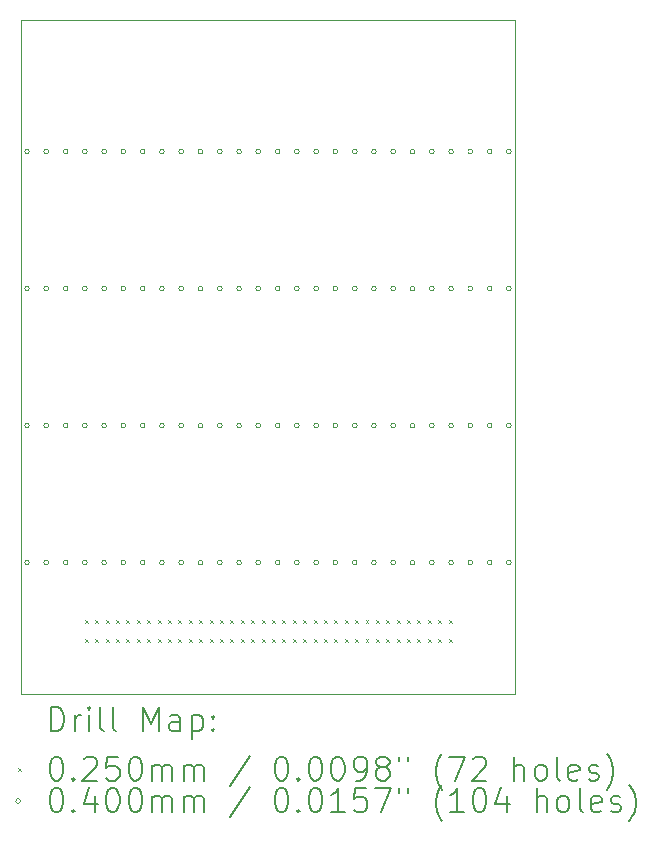
<source format=gbr>
%FSLAX45Y45*%
G04 Gerber Fmt 4.5, Leading zero omitted, Abs format (unit mm)*
G04 Created by KiCad (PCBNEW (6.0.2)) date 2022-07-21 18:21:14*
%MOMM*%
%LPD*%
G01*
G04 APERTURE LIST*
%TA.AperFunction,Profile*%
%ADD10C,0.100000*%
%TD*%
%ADD11C,0.200000*%
%ADD12C,0.025000*%
%ADD13C,0.040000*%
G04 APERTURE END LIST*
D10*
X13530000Y-11460000D02*
X17710000Y-11460000D01*
X17710000Y-11460000D02*
X17710000Y-5760000D01*
X17710000Y-5760000D02*
X13530000Y-5760000D01*
X13530000Y-5760000D02*
X13530000Y-11460000D01*
D11*
D12*
X14070450Y-10839900D02*
X14095450Y-10864900D01*
X14095450Y-10839900D02*
X14070450Y-10864900D01*
X14070450Y-10995100D02*
X14095450Y-11020100D01*
X14095450Y-10995100D02*
X14070450Y-11020100D01*
X14158440Y-10839900D02*
X14183440Y-10864900D01*
X14183440Y-10839900D02*
X14158440Y-10864900D01*
X14158440Y-10995100D02*
X14183440Y-11020100D01*
X14183440Y-10995100D02*
X14158440Y-11020100D01*
X14246430Y-10839900D02*
X14271430Y-10864900D01*
X14271430Y-10839900D02*
X14246430Y-10864900D01*
X14246430Y-10995100D02*
X14271430Y-11020100D01*
X14271430Y-10995100D02*
X14246430Y-11020100D01*
X14334420Y-10839900D02*
X14359420Y-10864900D01*
X14359420Y-10839900D02*
X14334420Y-10864900D01*
X14334420Y-10995100D02*
X14359420Y-11020100D01*
X14359420Y-10995100D02*
X14334420Y-11020100D01*
X14422410Y-10839900D02*
X14447410Y-10864900D01*
X14447410Y-10839900D02*
X14422410Y-10864900D01*
X14422410Y-10995100D02*
X14447410Y-11020100D01*
X14447410Y-10995100D02*
X14422410Y-11020100D01*
X14510400Y-10839900D02*
X14535400Y-10864900D01*
X14535400Y-10839900D02*
X14510400Y-10864900D01*
X14510400Y-10995100D02*
X14535400Y-11020100D01*
X14535400Y-10995100D02*
X14510400Y-11020100D01*
X14598390Y-10839900D02*
X14623390Y-10864900D01*
X14623390Y-10839900D02*
X14598390Y-10864900D01*
X14598390Y-10995100D02*
X14623390Y-11020100D01*
X14623390Y-10995100D02*
X14598390Y-11020100D01*
X14686380Y-10839900D02*
X14711380Y-10864900D01*
X14711380Y-10839900D02*
X14686380Y-10864900D01*
X14686380Y-10995100D02*
X14711380Y-11020100D01*
X14711380Y-10995100D02*
X14686380Y-11020100D01*
X14774370Y-10839900D02*
X14799370Y-10864900D01*
X14799370Y-10839900D02*
X14774370Y-10864900D01*
X14774370Y-10995100D02*
X14799370Y-11020100D01*
X14799370Y-10995100D02*
X14774370Y-11020100D01*
X14862360Y-10839900D02*
X14887360Y-10864900D01*
X14887360Y-10839900D02*
X14862360Y-10864900D01*
X14862360Y-10995100D02*
X14887360Y-11020100D01*
X14887360Y-10995100D02*
X14862360Y-11020100D01*
X14950350Y-10839900D02*
X14975350Y-10864900D01*
X14975350Y-10839900D02*
X14950350Y-10864900D01*
X14950350Y-10995100D02*
X14975350Y-11020100D01*
X14975350Y-10995100D02*
X14950350Y-11020100D01*
X15038340Y-10839900D02*
X15063340Y-10864900D01*
X15063340Y-10839900D02*
X15038340Y-10864900D01*
X15038340Y-10995100D02*
X15063340Y-11020100D01*
X15063340Y-10995100D02*
X15038340Y-11020100D01*
X15126330Y-10839900D02*
X15151330Y-10864900D01*
X15151330Y-10839900D02*
X15126330Y-10864900D01*
X15126330Y-10995100D02*
X15151330Y-11020100D01*
X15151330Y-10995100D02*
X15126330Y-11020100D01*
X15214320Y-10839900D02*
X15239320Y-10864900D01*
X15239320Y-10839900D02*
X15214320Y-10864900D01*
X15214320Y-10995100D02*
X15239320Y-11020100D01*
X15239320Y-10995100D02*
X15214320Y-11020100D01*
X15302310Y-10839900D02*
X15327310Y-10864900D01*
X15327310Y-10839900D02*
X15302310Y-10864900D01*
X15302310Y-10995100D02*
X15327310Y-11020100D01*
X15327310Y-10995100D02*
X15302310Y-11020100D01*
X15390300Y-10839900D02*
X15415300Y-10864900D01*
X15415300Y-10839900D02*
X15390300Y-10864900D01*
X15390300Y-10995100D02*
X15415300Y-11020100D01*
X15415300Y-10995100D02*
X15390300Y-11020100D01*
X15478290Y-10839900D02*
X15503290Y-10864900D01*
X15503290Y-10839900D02*
X15478290Y-10864900D01*
X15478290Y-10995100D02*
X15503290Y-11020100D01*
X15503290Y-10995100D02*
X15478290Y-11020100D01*
X15566280Y-10839900D02*
X15591280Y-10864900D01*
X15591280Y-10839900D02*
X15566280Y-10864900D01*
X15566280Y-10995100D02*
X15591280Y-11020100D01*
X15591280Y-10995100D02*
X15566280Y-11020100D01*
X15654270Y-10839900D02*
X15679270Y-10864900D01*
X15679270Y-10839900D02*
X15654270Y-10864900D01*
X15654270Y-10995100D02*
X15679270Y-11020100D01*
X15679270Y-10995100D02*
X15654270Y-11020100D01*
X15742260Y-10839900D02*
X15767260Y-10864900D01*
X15767260Y-10839900D02*
X15742260Y-10864900D01*
X15742260Y-10995100D02*
X15767260Y-11020100D01*
X15767260Y-10995100D02*
X15742260Y-11020100D01*
X15830250Y-10839900D02*
X15855250Y-10864900D01*
X15855250Y-10839900D02*
X15830250Y-10864900D01*
X15830250Y-10995100D02*
X15855250Y-11020100D01*
X15855250Y-10995100D02*
X15830250Y-11020100D01*
X15918240Y-10839900D02*
X15943240Y-10864900D01*
X15943240Y-10839900D02*
X15918240Y-10864900D01*
X15918240Y-10995100D02*
X15943240Y-11020100D01*
X15943240Y-10995100D02*
X15918240Y-11020100D01*
X16006230Y-10839900D02*
X16031230Y-10864900D01*
X16031230Y-10839900D02*
X16006230Y-10864900D01*
X16006230Y-10995100D02*
X16031230Y-11020100D01*
X16031230Y-10995100D02*
X16006230Y-11020100D01*
X16094220Y-10839900D02*
X16119220Y-10864900D01*
X16119220Y-10839900D02*
X16094220Y-10864900D01*
X16094220Y-10995100D02*
X16119220Y-11020100D01*
X16119220Y-10995100D02*
X16094220Y-11020100D01*
X16182210Y-10839900D02*
X16207210Y-10864900D01*
X16207210Y-10839900D02*
X16182210Y-10864900D01*
X16182210Y-10995100D02*
X16207210Y-11020100D01*
X16207210Y-10995100D02*
X16182210Y-11020100D01*
X16270200Y-10839900D02*
X16295200Y-10864900D01*
X16295200Y-10839900D02*
X16270200Y-10864900D01*
X16270200Y-10995100D02*
X16295200Y-11020100D01*
X16295200Y-10995100D02*
X16270200Y-11020100D01*
X16358190Y-10839900D02*
X16383190Y-10864900D01*
X16383190Y-10839900D02*
X16358190Y-10864900D01*
X16358190Y-10995100D02*
X16383190Y-11020100D01*
X16383190Y-10995100D02*
X16358190Y-11020100D01*
X16446180Y-10839900D02*
X16471180Y-10864900D01*
X16471180Y-10839900D02*
X16446180Y-10864900D01*
X16446180Y-10995100D02*
X16471180Y-11020100D01*
X16471180Y-10995100D02*
X16446180Y-11020100D01*
X16534170Y-10839900D02*
X16559170Y-10864900D01*
X16559170Y-10839900D02*
X16534170Y-10864900D01*
X16534170Y-10995100D02*
X16559170Y-11020100D01*
X16559170Y-10995100D02*
X16534170Y-11020100D01*
X16622160Y-10839900D02*
X16647160Y-10864900D01*
X16647160Y-10839900D02*
X16622160Y-10864900D01*
X16622160Y-10995100D02*
X16647160Y-11020100D01*
X16647160Y-10995100D02*
X16622160Y-11020100D01*
X16710150Y-10839900D02*
X16735150Y-10864900D01*
X16735150Y-10839900D02*
X16710150Y-10864900D01*
X16710150Y-10995100D02*
X16735150Y-11020100D01*
X16735150Y-10995100D02*
X16710150Y-11020100D01*
X16798140Y-10839900D02*
X16823140Y-10864900D01*
X16823140Y-10839900D02*
X16798140Y-10864900D01*
X16798140Y-10995100D02*
X16823140Y-11020100D01*
X16823140Y-10995100D02*
X16798140Y-11020100D01*
X16886130Y-10839900D02*
X16911130Y-10864900D01*
X16911130Y-10839900D02*
X16886130Y-10864900D01*
X16886130Y-10995100D02*
X16911130Y-11020100D01*
X16911130Y-10995100D02*
X16886130Y-11020100D01*
X16974120Y-10839900D02*
X16999120Y-10864900D01*
X16999120Y-10839900D02*
X16974120Y-10864900D01*
X16974120Y-10995100D02*
X16999120Y-11020100D01*
X16999120Y-10995100D02*
X16974120Y-11020100D01*
X17062110Y-10839900D02*
X17087110Y-10864900D01*
X17087110Y-10839900D02*
X17062110Y-10864900D01*
X17062110Y-10995100D02*
X17087110Y-11020100D01*
X17087110Y-10995100D02*
X17062110Y-11020100D01*
X17150100Y-10839900D02*
X17175100Y-10864900D01*
X17175100Y-10839900D02*
X17150100Y-10864900D01*
X17150100Y-10995100D02*
X17175100Y-11020100D01*
X17175100Y-10995100D02*
X17150100Y-11020100D01*
D13*
X13600000Y-6870000D02*
G75*
G03*
X13600000Y-6870000I-20000J0D01*
G01*
X13600000Y-8030000D02*
G75*
G03*
X13600000Y-8030000I-20000J0D01*
G01*
X13600000Y-9190000D02*
G75*
G03*
X13600000Y-9190000I-20000J0D01*
G01*
X13600000Y-10350000D02*
G75*
G03*
X13600000Y-10350000I-20000J0D01*
G01*
X13763200Y-6870000D02*
G75*
G03*
X13763200Y-6870000I-20000J0D01*
G01*
X13763200Y-8030000D02*
G75*
G03*
X13763200Y-8030000I-20000J0D01*
G01*
X13763200Y-9190000D02*
G75*
G03*
X13763200Y-9190000I-20000J0D01*
G01*
X13763200Y-10350000D02*
G75*
G03*
X13763200Y-10350000I-20000J0D01*
G01*
X13926400Y-6870000D02*
G75*
G03*
X13926400Y-6870000I-20000J0D01*
G01*
X13926400Y-8030000D02*
G75*
G03*
X13926400Y-8030000I-20000J0D01*
G01*
X13926400Y-9190000D02*
G75*
G03*
X13926400Y-9190000I-20000J0D01*
G01*
X13926400Y-10350000D02*
G75*
G03*
X13926400Y-10350000I-20000J0D01*
G01*
X14089600Y-6870000D02*
G75*
G03*
X14089600Y-6870000I-20000J0D01*
G01*
X14089600Y-8030000D02*
G75*
G03*
X14089600Y-8030000I-20000J0D01*
G01*
X14089600Y-9190000D02*
G75*
G03*
X14089600Y-9190000I-20000J0D01*
G01*
X14089600Y-10350000D02*
G75*
G03*
X14089600Y-10350000I-20000J0D01*
G01*
X14252800Y-6870000D02*
G75*
G03*
X14252800Y-6870000I-20000J0D01*
G01*
X14252800Y-8030000D02*
G75*
G03*
X14252800Y-8030000I-20000J0D01*
G01*
X14252800Y-9190000D02*
G75*
G03*
X14252800Y-9190000I-20000J0D01*
G01*
X14252800Y-10350000D02*
G75*
G03*
X14252800Y-10350000I-20000J0D01*
G01*
X14416000Y-6870000D02*
G75*
G03*
X14416000Y-6870000I-20000J0D01*
G01*
X14416000Y-8030000D02*
G75*
G03*
X14416000Y-8030000I-20000J0D01*
G01*
X14416000Y-9190000D02*
G75*
G03*
X14416000Y-9190000I-20000J0D01*
G01*
X14416000Y-10350000D02*
G75*
G03*
X14416000Y-10350000I-20000J0D01*
G01*
X14579200Y-6870000D02*
G75*
G03*
X14579200Y-6870000I-20000J0D01*
G01*
X14579200Y-8030000D02*
G75*
G03*
X14579200Y-8030000I-20000J0D01*
G01*
X14579200Y-9190000D02*
G75*
G03*
X14579200Y-9190000I-20000J0D01*
G01*
X14579200Y-10350000D02*
G75*
G03*
X14579200Y-10350000I-20000J0D01*
G01*
X14742400Y-6870000D02*
G75*
G03*
X14742400Y-6870000I-20000J0D01*
G01*
X14742400Y-8030000D02*
G75*
G03*
X14742400Y-8030000I-20000J0D01*
G01*
X14742400Y-9190000D02*
G75*
G03*
X14742400Y-9190000I-20000J0D01*
G01*
X14742400Y-10350000D02*
G75*
G03*
X14742400Y-10350000I-20000J0D01*
G01*
X14905600Y-6870000D02*
G75*
G03*
X14905600Y-6870000I-20000J0D01*
G01*
X14905600Y-8030000D02*
G75*
G03*
X14905600Y-8030000I-20000J0D01*
G01*
X14905600Y-9190000D02*
G75*
G03*
X14905600Y-9190000I-20000J0D01*
G01*
X14905600Y-10350000D02*
G75*
G03*
X14905600Y-10350000I-20000J0D01*
G01*
X15068800Y-6870000D02*
G75*
G03*
X15068800Y-6870000I-20000J0D01*
G01*
X15068800Y-8030000D02*
G75*
G03*
X15068800Y-8030000I-20000J0D01*
G01*
X15068800Y-9190000D02*
G75*
G03*
X15068800Y-9190000I-20000J0D01*
G01*
X15068800Y-10350000D02*
G75*
G03*
X15068800Y-10350000I-20000J0D01*
G01*
X15232000Y-6870000D02*
G75*
G03*
X15232000Y-6870000I-20000J0D01*
G01*
X15232000Y-8030000D02*
G75*
G03*
X15232000Y-8030000I-20000J0D01*
G01*
X15232000Y-9190000D02*
G75*
G03*
X15232000Y-9190000I-20000J0D01*
G01*
X15232000Y-10350000D02*
G75*
G03*
X15232000Y-10350000I-20000J0D01*
G01*
X15395200Y-6870000D02*
G75*
G03*
X15395200Y-6870000I-20000J0D01*
G01*
X15395200Y-8030000D02*
G75*
G03*
X15395200Y-8030000I-20000J0D01*
G01*
X15395200Y-9190000D02*
G75*
G03*
X15395200Y-9190000I-20000J0D01*
G01*
X15395200Y-10350000D02*
G75*
G03*
X15395200Y-10350000I-20000J0D01*
G01*
X15558400Y-6870000D02*
G75*
G03*
X15558400Y-6870000I-20000J0D01*
G01*
X15558400Y-8030000D02*
G75*
G03*
X15558400Y-8030000I-20000J0D01*
G01*
X15558400Y-9190000D02*
G75*
G03*
X15558400Y-9190000I-20000J0D01*
G01*
X15558400Y-10350000D02*
G75*
G03*
X15558400Y-10350000I-20000J0D01*
G01*
X15721600Y-6870000D02*
G75*
G03*
X15721600Y-6870000I-20000J0D01*
G01*
X15721600Y-8030000D02*
G75*
G03*
X15721600Y-8030000I-20000J0D01*
G01*
X15721600Y-9190000D02*
G75*
G03*
X15721600Y-9190000I-20000J0D01*
G01*
X15721600Y-10350000D02*
G75*
G03*
X15721600Y-10350000I-20000J0D01*
G01*
X15884800Y-6870000D02*
G75*
G03*
X15884800Y-6870000I-20000J0D01*
G01*
X15884800Y-8030000D02*
G75*
G03*
X15884800Y-8030000I-20000J0D01*
G01*
X15884800Y-9190000D02*
G75*
G03*
X15884800Y-9190000I-20000J0D01*
G01*
X15884800Y-10350000D02*
G75*
G03*
X15884800Y-10350000I-20000J0D01*
G01*
X16048000Y-6870000D02*
G75*
G03*
X16048000Y-6870000I-20000J0D01*
G01*
X16048000Y-8030000D02*
G75*
G03*
X16048000Y-8030000I-20000J0D01*
G01*
X16048000Y-9190000D02*
G75*
G03*
X16048000Y-9190000I-20000J0D01*
G01*
X16048000Y-10350000D02*
G75*
G03*
X16048000Y-10350000I-20000J0D01*
G01*
X16211200Y-6870000D02*
G75*
G03*
X16211200Y-6870000I-20000J0D01*
G01*
X16211200Y-8030000D02*
G75*
G03*
X16211200Y-8030000I-20000J0D01*
G01*
X16211200Y-9190000D02*
G75*
G03*
X16211200Y-9190000I-20000J0D01*
G01*
X16211200Y-10350000D02*
G75*
G03*
X16211200Y-10350000I-20000J0D01*
G01*
X16374400Y-6870000D02*
G75*
G03*
X16374400Y-6870000I-20000J0D01*
G01*
X16374400Y-8030000D02*
G75*
G03*
X16374400Y-8030000I-20000J0D01*
G01*
X16374400Y-9190000D02*
G75*
G03*
X16374400Y-9190000I-20000J0D01*
G01*
X16374400Y-10350000D02*
G75*
G03*
X16374400Y-10350000I-20000J0D01*
G01*
X16537600Y-6870000D02*
G75*
G03*
X16537600Y-6870000I-20000J0D01*
G01*
X16537600Y-8030000D02*
G75*
G03*
X16537600Y-8030000I-20000J0D01*
G01*
X16537600Y-9190000D02*
G75*
G03*
X16537600Y-9190000I-20000J0D01*
G01*
X16537600Y-10350000D02*
G75*
G03*
X16537600Y-10350000I-20000J0D01*
G01*
X16700800Y-6870000D02*
G75*
G03*
X16700800Y-6870000I-20000J0D01*
G01*
X16700800Y-8030000D02*
G75*
G03*
X16700800Y-8030000I-20000J0D01*
G01*
X16700800Y-9190000D02*
G75*
G03*
X16700800Y-9190000I-20000J0D01*
G01*
X16700800Y-10350000D02*
G75*
G03*
X16700800Y-10350000I-20000J0D01*
G01*
X16864000Y-6870000D02*
G75*
G03*
X16864000Y-6870000I-20000J0D01*
G01*
X16864000Y-8030000D02*
G75*
G03*
X16864000Y-8030000I-20000J0D01*
G01*
X16864000Y-9190000D02*
G75*
G03*
X16864000Y-9190000I-20000J0D01*
G01*
X16864000Y-10350000D02*
G75*
G03*
X16864000Y-10350000I-20000J0D01*
G01*
X17027200Y-6870000D02*
G75*
G03*
X17027200Y-6870000I-20000J0D01*
G01*
X17027200Y-8030000D02*
G75*
G03*
X17027200Y-8030000I-20000J0D01*
G01*
X17027200Y-9190000D02*
G75*
G03*
X17027200Y-9190000I-20000J0D01*
G01*
X17027200Y-10350000D02*
G75*
G03*
X17027200Y-10350000I-20000J0D01*
G01*
X17190400Y-6870000D02*
G75*
G03*
X17190400Y-6870000I-20000J0D01*
G01*
X17190400Y-8030000D02*
G75*
G03*
X17190400Y-8030000I-20000J0D01*
G01*
X17190400Y-9190000D02*
G75*
G03*
X17190400Y-9190000I-20000J0D01*
G01*
X17190400Y-10350000D02*
G75*
G03*
X17190400Y-10350000I-20000J0D01*
G01*
X17353600Y-6870000D02*
G75*
G03*
X17353600Y-6870000I-20000J0D01*
G01*
X17353600Y-8030000D02*
G75*
G03*
X17353600Y-8030000I-20000J0D01*
G01*
X17353600Y-9190000D02*
G75*
G03*
X17353600Y-9190000I-20000J0D01*
G01*
X17353600Y-10350000D02*
G75*
G03*
X17353600Y-10350000I-20000J0D01*
G01*
X17516800Y-6870000D02*
G75*
G03*
X17516800Y-6870000I-20000J0D01*
G01*
X17516800Y-8030000D02*
G75*
G03*
X17516800Y-8030000I-20000J0D01*
G01*
X17516800Y-9190000D02*
G75*
G03*
X17516800Y-9190000I-20000J0D01*
G01*
X17516800Y-10350000D02*
G75*
G03*
X17516800Y-10350000I-20000J0D01*
G01*
X17680000Y-6870000D02*
G75*
G03*
X17680000Y-6870000I-20000J0D01*
G01*
X17680000Y-8030000D02*
G75*
G03*
X17680000Y-8030000I-20000J0D01*
G01*
X17680000Y-9190000D02*
G75*
G03*
X17680000Y-9190000I-20000J0D01*
G01*
X17680000Y-10350000D02*
G75*
G03*
X17680000Y-10350000I-20000J0D01*
G01*
D11*
X13782619Y-11775476D02*
X13782619Y-11575476D01*
X13830238Y-11575476D01*
X13858809Y-11585000D01*
X13877857Y-11604048D01*
X13887381Y-11623095D01*
X13896905Y-11661190D01*
X13896905Y-11689762D01*
X13887381Y-11727857D01*
X13877857Y-11746905D01*
X13858809Y-11765952D01*
X13830238Y-11775476D01*
X13782619Y-11775476D01*
X13982619Y-11775476D02*
X13982619Y-11642143D01*
X13982619Y-11680238D02*
X13992143Y-11661190D01*
X14001667Y-11651667D01*
X14020714Y-11642143D01*
X14039762Y-11642143D01*
X14106428Y-11775476D02*
X14106428Y-11642143D01*
X14106428Y-11575476D02*
X14096905Y-11585000D01*
X14106428Y-11594524D01*
X14115952Y-11585000D01*
X14106428Y-11575476D01*
X14106428Y-11594524D01*
X14230238Y-11775476D02*
X14211190Y-11765952D01*
X14201667Y-11746905D01*
X14201667Y-11575476D01*
X14335000Y-11775476D02*
X14315952Y-11765952D01*
X14306428Y-11746905D01*
X14306428Y-11575476D01*
X14563571Y-11775476D02*
X14563571Y-11575476D01*
X14630238Y-11718333D01*
X14696905Y-11575476D01*
X14696905Y-11775476D01*
X14877857Y-11775476D02*
X14877857Y-11670714D01*
X14868333Y-11651667D01*
X14849286Y-11642143D01*
X14811190Y-11642143D01*
X14792143Y-11651667D01*
X14877857Y-11765952D02*
X14858809Y-11775476D01*
X14811190Y-11775476D01*
X14792143Y-11765952D01*
X14782619Y-11746905D01*
X14782619Y-11727857D01*
X14792143Y-11708809D01*
X14811190Y-11699286D01*
X14858809Y-11699286D01*
X14877857Y-11689762D01*
X14973095Y-11642143D02*
X14973095Y-11842143D01*
X14973095Y-11651667D02*
X14992143Y-11642143D01*
X15030238Y-11642143D01*
X15049286Y-11651667D01*
X15058809Y-11661190D01*
X15068333Y-11680238D01*
X15068333Y-11737381D01*
X15058809Y-11756428D01*
X15049286Y-11765952D01*
X15030238Y-11775476D01*
X14992143Y-11775476D01*
X14973095Y-11765952D01*
X15154048Y-11756428D02*
X15163571Y-11765952D01*
X15154048Y-11775476D01*
X15144524Y-11765952D01*
X15154048Y-11756428D01*
X15154048Y-11775476D01*
X15154048Y-11651667D02*
X15163571Y-11661190D01*
X15154048Y-11670714D01*
X15144524Y-11661190D01*
X15154048Y-11651667D01*
X15154048Y-11670714D01*
D12*
X13500000Y-12092500D02*
X13525000Y-12117500D01*
X13525000Y-12092500D02*
X13500000Y-12117500D01*
D11*
X13820714Y-11995476D02*
X13839762Y-11995476D01*
X13858809Y-12005000D01*
X13868333Y-12014524D01*
X13877857Y-12033571D01*
X13887381Y-12071667D01*
X13887381Y-12119286D01*
X13877857Y-12157381D01*
X13868333Y-12176428D01*
X13858809Y-12185952D01*
X13839762Y-12195476D01*
X13820714Y-12195476D01*
X13801667Y-12185952D01*
X13792143Y-12176428D01*
X13782619Y-12157381D01*
X13773095Y-12119286D01*
X13773095Y-12071667D01*
X13782619Y-12033571D01*
X13792143Y-12014524D01*
X13801667Y-12005000D01*
X13820714Y-11995476D01*
X13973095Y-12176428D02*
X13982619Y-12185952D01*
X13973095Y-12195476D01*
X13963571Y-12185952D01*
X13973095Y-12176428D01*
X13973095Y-12195476D01*
X14058809Y-12014524D02*
X14068333Y-12005000D01*
X14087381Y-11995476D01*
X14135000Y-11995476D01*
X14154048Y-12005000D01*
X14163571Y-12014524D01*
X14173095Y-12033571D01*
X14173095Y-12052619D01*
X14163571Y-12081190D01*
X14049286Y-12195476D01*
X14173095Y-12195476D01*
X14354048Y-11995476D02*
X14258809Y-11995476D01*
X14249286Y-12090714D01*
X14258809Y-12081190D01*
X14277857Y-12071667D01*
X14325476Y-12071667D01*
X14344524Y-12081190D01*
X14354048Y-12090714D01*
X14363571Y-12109762D01*
X14363571Y-12157381D01*
X14354048Y-12176428D01*
X14344524Y-12185952D01*
X14325476Y-12195476D01*
X14277857Y-12195476D01*
X14258809Y-12185952D01*
X14249286Y-12176428D01*
X14487381Y-11995476D02*
X14506428Y-11995476D01*
X14525476Y-12005000D01*
X14535000Y-12014524D01*
X14544524Y-12033571D01*
X14554048Y-12071667D01*
X14554048Y-12119286D01*
X14544524Y-12157381D01*
X14535000Y-12176428D01*
X14525476Y-12185952D01*
X14506428Y-12195476D01*
X14487381Y-12195476D01*
X14468333Y-12185952D01*
X14458809Y-12176428D01*
X14449286Y-12157381D01*
X14439762Y-12119286D01*
X14439762Y-12071667D01*
X14449286Y-12033571D01*
X14458809Y-12014524D01*
X14468333Y-12005000D01*
X14487381Y-11995476D01*
X14639762Y-12195476D02*
X14639762Y-12062143D01*
X14639762Y-12081190D02*
X14649286Y-12071667D01*
X14668333Y-12062143D01*
X14696905Y-12062143D01*
X14715952Y-12071667D01*
X14725476Y-12090714D01*
X14725476Y-12195476D01*
X14725476Y-12090714D02*
X14735000Y-12071667D01*
X14754048Y-12062143D01*
X14782619Y-12062143D01*
X14801667Y-12071667D01*
X14811190Y-12090714D01*
X14811190Y-12195476D01*
X14906428Y-12195476D02*
X14906428Y-12062143D01*
X14906428Y-12081190D02*
X14915952Y-12071667D01*
X14935000Y-12062143D01*
X14963571Y-12062143D01*
X14982619Y-12071667D01*
X14992143Y-12090714D01*
X14992143Y-12195476D01*
X14992143Y-12090714D02*
X15001667Y-12071667D01*
X15020714Y-12062143D01*
X15049286Y-12062143D01*
X15068333Y-12071667D01*
X15077857Y-12090714D01*
X15077857Y-12195476D01*
X15468333Y-11985952D02*
X15296905Y-12243095D01*
X15725476Y-11995476D02*
X15744524Y-11995476D01*
X15763571Y-12005000D01*
X15773095Y-12014524D01*
X15782619Y-12033571D01*
X15792143Y-12071667D01*
X15792143Y-12119286D01*
X15782619Y-12157381D01*
X15773095Y-12176428D01*
X15763571Y-12185952D01*
X15744524Y-12195476D01*
X15725476Y-12195476D01*
X15706428Y-12185952D01*
X15696905Y-12176428D01*
X15687381Y-12157381D01*
X15677857Y-12119286D01*
X15677857Y-12071667D01*
X15687381Y-12033571D01*
X15696905Y-12014524D01*
X15706428Y-12005000D01*
X15725476Y-11995476D01*
X15877857Y-12176428D02*
X15887381Y-12185952D01*
X15877857Y-12195476D01*
X15868333Y-12185952D01*
X15877857Y-12176428D01*
X15877857Y-12195476D01*
X16011190Y-11995476D02*
X16030238Y-11995476D01*
X16049286Y-12005000D01*
X16058809Y-12014524D01*
X16068333Y-12033571D01*
X16077857Y-12071667D01*
X16077857Y-12119286D01*
X16068333Y-12157381D01*
X16058809Y-12176428D01*
X16049286Y-12185952D01*
X16030238Y-12195476D01*
X16011190Y-12195476D01*
X15992143Y-12185952D01*
X15982619Y-12176428D01*
X15973095Y-12157381D01*
X15963571Y-12119286D01*
X15963571Y-12071667D01*
X15973095Y-12033571D01*
X15982619Y-12014524D01*
X15992143Y-12005000D01*
X16011190Y-11995476D01*
X16201667Y-11995476D02*
X16220714Y-11995476D01*
X16239762Y-12005000D01*
X16249286Y-12014524D01*
X16258809Y-12033571D01*
X16268333Y-12071667D01*
X16268333Y-12119286D01*
X16258809Y-12157381D01*
X16249286Y-12176428D01*
X16239762Y-12185952D01*
X16220714Y-12195476D01*
X16201667Y-12195476D01*
X16182619Y-12185952D01*
X16173095Y-12176428D01*
X16163571Y-12157381D01*
X16154048Y-12119286D01*
X16154048Y-12071667D01*
X16163571Y-12033571D01*
X16173095Y-12014524D01*
X16182619Y-12005000D01*
X16201667Y-11995476D01*
X16363571Y-12195476D02*
X16401667Y-12195476D01*
X16420714Y-12185952D01*
X16430238Y-12176428D01*
X16449286Y-12147857D01*
X16458809Y-12109762D01*
X16458809Y-12033571D01*
X16449286Y-12014524D01*
X16439762Y-12005000D01*
X16420714Y-11995476D01*
X16382619Y-11995476D01*
X16363571Y-12005000D01*
X16354048Y-12014524D01*
X16344524Y-12033571D01*
X16344524Y-12081190D01*
X16354048Y-12100238D01*
X16363571Y-12109762D01*
X16382619Y-12119286D01*
X16420714Y-12119286D01*
X16439762Y-12109762D01*
X16449286Y-12100238D01*
X16458809Y-12081190D01*
X16573095Y-12081190D02*
X16554048Y-12071667D01*
X16544524Y-12062143D01*
X16535000Y-12043095D01*
X16535000Y-12033571D01*
X16544524Y-12014524D01*
X16554048Y-12005000D01*
X16573095Y-11995476D01*
X16611190Y-11995476D01*
X16630238Y-12005000D01*
X16639762Y-12014524D01*
X16649286Y-12033571D01*
X16649286Y-12043095D01*
X16639762Y-12062143D01*
X16630238Y-12071667D01*
X16611190Y-12081190D01*
X16573095Y-12081190D01*
X16554048Y-12090714D01*
X16544524Y-12100238D01*
X16535000Y-12119286D01*
X16535000Y-12157381D01*
X16544524Y-12176428D01*
X16554048Y-12185952D01*
X16573095Y-12195476D01*
X16611190Y-12195476D01*
X16630238Y-12185952D01*
X16639762Y-12176428D01*
X16649286Y-12157381D01*
X16649286Y-12119286D01*
X16639762Y-12100238D01*
X16630238Y-12090714D01*
X16611190Y-12081190D01*
X16725476Y-11995476D02*
X16725476Y-12033571D01*
X16801667Y-11995476D02*
X16801667Y-12033571D01*
X17096905Y-12271667D02*
X17087381Y-12262143D01*
X17068333Y-12233571D01*
X17058810Y-12214524D01*
X17049286Y-12185952D01*
X17039762Y-12138333D01*
X17039762Y-12100238D01*
X17049286Y-12052619D01*
X17058810Y-12024048D01*
X17068333Y-12005000D01*
X17087381Y-11976428D01*
X17096905Y-11966905D01*
X17154048Y-11995476D02*
X17287381Y-11995476D01*
X17201667Y-12195476D01*
X17354048Y-12014524D02*
X17363571Y-12005000D01*
X17382619Y-11995476D01*
X17430238Y-11995476D01*
X17449286Y-12005000D01*
X17458810Y-12014524D01*
X17468333Y-12033571D01*
X17468333Y-12052619D01*
X17458810Y-12081190D01*
X17344524Y-12195476D01*
X17468333Y-12195476D01*
X17706429Y-12195476D02*
X17706429Y-11995476D01*
X17792143Y-12195476D02*
X17792143Y-12090714D01*
X17782619Y-12071667D01*
X17763571Y-12062143D01*
X17735000Y-12062143D01*
X17715952Y-12071667D01*
X17706429Y-12081190D01*
X17915952Y-12195476D02*
X17896905Y-12185952D01*
X17887381Y-12176428D01*
X17877857Y-12157381D01*
X17877857Y-12100238D01*
X17887381Y-12081190D01*
X17896905Y-12071667D01*
X17915952Y-12062143D01*
X17944524Y-12062143D01*
X17963571Y-12071667D01*
X17973095Y-12081190D01*
X17982619Y-12100238D01*
X17982619Y-12157381D01*
X17973095Y-12176428D01*
X17963571Y-12185952D01*
X17944524Y-12195476D01*
X17915952Y-12195476D01*
X18096905Y-12195476D02*
X18077857Y-12185952D01*
X18068333Y-12166905D01*
X18068333Y-11995476D01*
X18249286Y-12185952D02*
X18230238Y-12195476D01*
X18192143Y-12195476D01*
X18173095Y-12185952D01*
X18163571Y-12166905D01*
X18163571Y-12090714D01*
X18173095Y-12071667D01*
X18192143Y-12062143D01*
X18230238Y-12062143D01*
X18249286Y-12071667D01*
X18258810Y-12090714D01*
X18258810Y-12109762D01*
X18163571Y-12128809D01*
X18335000Y-12185952D02*
X18354048Y-12195476D01*
X18392143Y-12195476D01*
X18411190Y-12185952D01*
X18420714Y-12166905D01*
X18420714Y-12157381D01*
X18411190Y-12138333D01*
X18392143Y-12128809D01*
X18363571Y-12128809D01*
X18344524Y-12119286D01*
X18335000Y-12100238D01*
X18335000Y-12090714D01*
X18344524Y-12071667D01*
X18363571Y-12062143D01*
X18392143Y-12062143D01*
X18411190Y-12071667D01*
X18487381Y-12271667D02*
X18496905Y-12262143D01*
X18515952Y-12233571D01*
X18525476Y-12214524D01*
X18535000Y-12185952D01*
X18544524Y-12138333D01*
X18544524Y-12100238D01*
X18535000Y-12052619D01*
X18525476Y-12024048D01*
X18515952Y-12005000D01*
X18496905Y-11976428D01*
X18487381Y-11966905D01*
D13*
X13525000Y-12369000D02*
G75*
G03*
X13525000Y-12369000I-20000J0D01*
G01*
D11*
X13820714Y-12259476D02*
X13839762Y-12259476D01*
X13858809Y-12269000D01*
X13868333Y-12278524D01*
X13877857Y-12297571D01*
X13887381Y-12335667D01*
X13887381Y-12383286D01*
X13877857Y-12421381D01*
X13868333Y-12440428D01*
X13858809Y-12449952D01*
X13839762Y-12459476D01*
X13820714Y-12459476D01*
X13801667Y-12449952D01*
X13792143Y-12440428D01*
X13782619Y-12421381D01*
X13773095Y-12383286D01*
X13773095Y-12335667D01*
X13782619Y-12297571D01*
X13792143Y-12278524D01*
X13801667Y-12269000D01*
X13820714Y-12259476D01*
X13973095Y-12440428D02*
X13982619Y-12449952D01*
X13973095Y-12459476D01*
X13963571Y-12449952D01*
X13973095Y-12440428D01*
X13973095Y-12459476D01*
X14154048Y-12326143D02*
X14154048Y-12459476D01*
X14106428Y-12249952D02*
X14058809Y-12392809D01*
X14182619Y-12392809D01*
X14296905Y-12259476D02*
X14315952Y-12259476D01*
X14335000Y-12269000D01*
X14344524Y-12278524D01*
X14354048Y-12297571D01*
X14363571Y-12335667D01*
X14363571Y-12383286D01*
X14354048Y-12421381D01*
X14344524Y-12440428D01*
X14335000Y-12449952D01*
X14315952Y-12459476D01*
X14296905Y-12459476D01*
X14277857Y-12449952D01*
X14268333Y-12440428D01*
X14258809Y-12421381D01*
X14249286Y-12383286D01*
X14249286Y-12335667D01*
X14258809Y-12297571D01*
X14268333Y-12278524D01*
X14277857Y-12269000D01*
X14296905Y-12259476D01*
X14487381Y-12259476D02*
X14506428Y-12259476D01*
X14525476Y-12269000D01*
X14535000Y-12278524D01*
X14544524Y-12297571D01*
X14554048Y-12335667D01*
X14554048Y-12383286D01*
X14544524Y-12421381D01*
X14535000Y-12440428D01*
X14525476Y-12449952D01*
X14506428Y-12459476D01*
X14487381Y-12459476D01*
X14468333Y-12449952D01*
X14458809Y-12440428D01*
X14449286Y-12421381D01*
X14439762Y-12383286D01*
X14439762Y-12335667D01*
X14449286Y-12297571D01*
X14458809Y-12278524D01*
X14468333Y-12269000D01*
X14487381Y-12259476D01*
X14639762Y-12459476D02*
X14639762Y-12326143D01*
X14639762Y-12345190D02*
X14649286Y-12335667D01*
X14668333Y-12326143D01*
X14696905Y-12326143D01*
X14715952Y-12335667D01*
X14725476Y-12354714D01*
X14725476Y-12459476D01*
X14725476Y-12354714D02*
X14735000Y-12335667D01*
X14754048Y-12326143D01*
X14782619Y-12326143D01*
X14801667Y-12335667D01*
X14811190Y-12354714D01*
X14811190Y-12459476D01*
X14906428Y-12459476D02*
X14906428Y-12326143D01*
X14906428Y-12345190D02*
X14915952Y-12335667D01*
X14935000Y-12326143D01*
X14963571Y-12326143D01*
X14982619Y-12335667D01*
X14992143Y-12354714D01*
X14992143Y-12459476D01*
X14992143Y-12354714D02*
X15001667Y-12335667D01*
X15020714Y-12326143D01*
X15049286Y-12326143D01*
X15068333Y-12335667D01*
X15077857Y-12354714D01*
X15077857Y-12459476D01*
X15468333Y-12249952D02*
X15296905Y-12507095D01*
X15725476Y-12259476D02*
X15744524Y-12259476D01*
X15763571Y-12269000D01*
X15773095Y-12278524D01*
X15782619Y-12297571D01*
X15792143Y-12335667D01*
X15792143Y-12383286D01*
X15782619Y-12421381D01*
X15773095Y-12440428D01*
X15763571Y-12449952D01*
X15744524Y-12459476D01*
X15725476Y-12459476D01*
X15706428Y-12449952D01*
X15696905Y-12440428D01*
X15687381Y-12421381D01*
X15677857Y-12383286D01*
X15677857Y-12335667D01*
X15687381Y-12297571D01*
X15696905Y-12278524D01*
X15706428Y-12269000D01*
X15725476Y-12259476D01*
X15877857Y-12440428D02*
X15887381Y-12449952D01*
X15877857Y-12459476D01*
X15868333Y-12449952D01*
X15877857Y-12440428D01*
X15877857Y-12459476D01*
X16011190Y-12259476D02*
X16030238Y-12259476D01*
X16049286Y-12269000D01*
X16058809Y-12278524D01*
X16068333Y-12297571D01*
X16077857Y-12335667D01*
X16077857Y-12383286D01*
X16068333Y-12421381D01*
X16058809Y-12440428D01*
X16049286Y-12449952D01*
X16030238Y-12459476D01*
X16011190Y-12459476D01*
X15992143Y-12449952D01*
X15982619Y-12440428D01*
X15973095Y-12421381D01*
X15963571Y-12383286D01*
X15963571Y-12335667D01*
X15973095Y-12297571D01*
X15982619Y-12278524D01*
X15992143Y-12269000D01*
X16011190Y-12259476D01*
X16268333Y-12459476D02*
X16154048Y-12459476D01*
X16211190Y-12459476D02*
X16211190Y-12259476D01*
X16192143Y-12288048D01*
X16173095Y-12307095D01*
X16154048Y-12316619D01*
X16449286Y-12259476D02*
X16354048Y-12259476D01*
X16344524Y-12354714D01*
X16354048Y-12345190D01*
X16373095Y-12335667D01*
X16420714Y-12335667D01*
X16439762Y-12345190D01*
X16449286Y-12354714D01*
X16458809Y-12373762D01*
X16458809Y-12421381D01*
X16449286Y-12440428D01*
X16439762Y-12449952D01*
X16420714Y-12459476D01*
X16373095Y-12459476D01*
X16354048Y-12449952D01*
X16344524Y-12440428D01*
X16525476Y-12259476D02*
X16658809Y-12259476D01*
X16573095Y-12459476D01*
X16725476Y-12259476D02*
X16725476Y-12297571D01*
X16801667Y-12259476D02*
X16801667Y-12297571D01*
X17096905Y-12535667D02*
X17087381Y-12526143D01*
X17068333Y-12497571D01*
X17058810Y-12478524D01*
X17049286Y-12449952D01*
X17039762Y-12402333D01*
X17039762Y-12364238D01*
X17049286Y-12316619D01*
X17058810Y-12288048D01*
X17068333Y-12269000D01*
X17087381Y-12240428D01*
X17096905Y-12230905D01*
X17277857Y-12459476D02*
X17163571Y-12459476D01*
X17220714Y-12459476D02*
X17220714Y-12259476D01*
X17201667Y-12288048D01*
X17182619Y-12307095D01*
X17163571Y-12316619D01*
X17401667Y-12259476D02*
X17420714Y-12259476D01*
X17439762Y-12269000D01*
X17449286Y-12278524D01*
X17458810Y-12297571D01*
X17468333Y-12335667D01*
X17468333Y-12383286D01*
X17458810Y-12421381D01*
X17449286Y-12440428D01*
X17439762Y-12449952D01*
X17420714Y-12459476D01*
X17401667Y-12459476D01*
X17382619Y-12449952D01*
X17373095Y-12440428D01*
X17363571Y-12421381D01*
X17354048Y-12383286D01*
X17354048Y-12335667D01*
X17363571Y-12297571D01*
X17373095Y-12278524D01*
X17382619Y-12269000D01*
X17401667Y-12259476D01*
X17639762Y-12326143D02*
X17639762Y-12459476D01*
X17592143Y-12249952D02*
X17544524Y-12392809D01*
X17668333Y-12392809D01*
X17896905Y-12459476D02*
X17896905Y-12259476D01*
X17982619Y-12459476D02*
X17982619Y-12354714D01*
X17973095Y-12335667D01*
X17954048Y-12326143D01*
X17925476Y-12326143D01*
X17906429Y-12335667D01*
X17896905Y-12345190D01*
X18106429Y-12459476D02*
X18087381Y-12449952D01*
X18077857Y-12440428D01*
X18068333Y-12421381D01*
X18068333Y-12364238D01*
X18077857Y-12345190D01*
X18087381Y-12335667D01*
X18106429Y-12326143D01*
X18135000Y-12326143D01*
X18154048Y-12335667D01*
X18163571Y-12345190D01*
X18173095Y-12364238D01*
X18173095Y-12421381D01*
X18163571Y-12440428D01*
X18154048Y-12449952D01*
X18135000Y-12459476D01*
X18106429Y-12459476D01*
X18287381Y-12459476D02*
X18268333Y-12449952D01*
X18258810Y-12430905D01*
X18258810Y-12259476D01*
X18439762Y-12449952D02*
X18420714Y-12459476D01*
X18382619Y-12459476D01*
X18363571Y-12449952D01*
X18354048Y-12430905D01*
X18354048Y-12354714D01*
X18363571Y-12335667D01*
X18382619Y-12326143D01*
X18420714Y-12326143D01*
X18439762Y-12335667D01*
X18449286Y-12354714D01*
X18449286Y-12373762D01*
X18354048Y-12392809D01*
X18525476Y-12449952D02*
X18544524Y-12459476D01*
X18582619Y-12459476D01*
X18601667Y-12449952D01*
X18611190Y-12430905D01*
X18611190Y-12421381D01*
X18601667Y-12402333D01*
X18582619Y-12392809D01*
X18554048Y-12392809D01*
X18535000Y-12383286D01*
X18525476Y-12364238D01*
X18525476Y-12354714D01*
X18535000Y-12335667D01*
X18554048Y-12326143D01*
X18582619Y-12326143D01*
X18601667Y-12335667D01*
X18677857Y-12535667D02*
X18687381Y-12526143D01*
X18706429Y-12497571D01*
X18715952Y-12478524D01*
X18725476Y-12449952D01*
X18735000Y-12402333D01*
X18735000Y-12364238D01*
X18725476Y-12316619D01*
X18715952Y-12288048D01*
X18706429Y-12269000D01*
X18687381Y-12240428D01*
X18677857Y-12230905D01*
M02*

</source>
